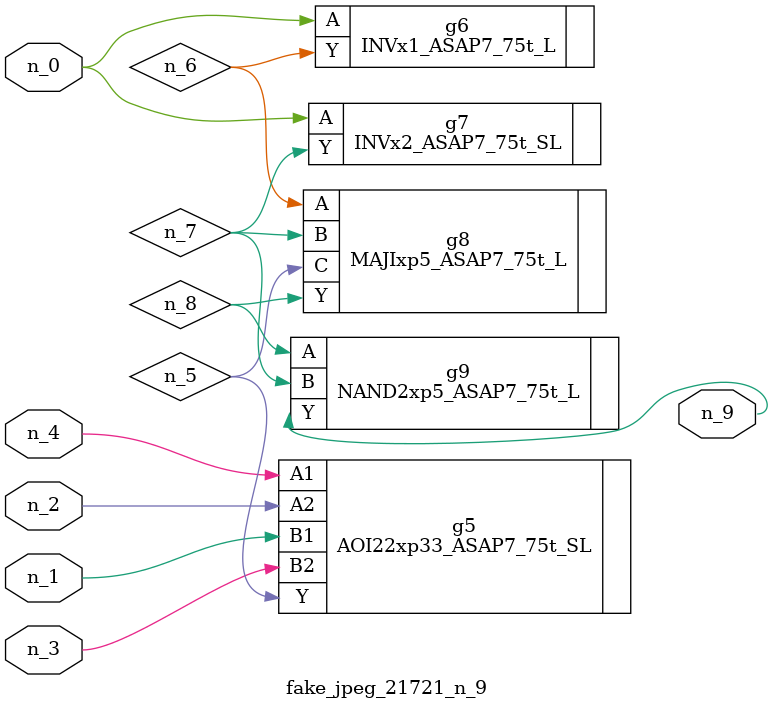
<source format=v>
module fake_jpeg_21721_n_9 (n_3, n_2, n_1, n_0, n_4, n_9);

input n_3;
input n_2;
input n_1;
input n_0;
input n_4;

output n_9;

wire n_8;
wire n_6;
wire n_5;
wire n_7;

AOI22xp33_ASAP7_75t_SL g5 ( 
.A1(n_4),
.A2(n_2),
.B1(n_1),
.B2(n_3),
.Y(n_5)
);

INVx1_ASAP7_75t_L g6 ( 
.A(n_0),
.Y(n_6)
);

INVx2_ASAP7_75t_SL g7 ( 
.A(n_0),
.Y(n_7)
);

MAJIxp5_ASAP7_75t_L g8 ( 
.A(n_6),
.B(n_7),
.C(n_5),
.Y(n_8)
);

NAND2xp5_ASAP7_75t_L g9 ( 
.A(n_8),
.B(n_7),
.Y(n_9)
);


endmodule
</source>
